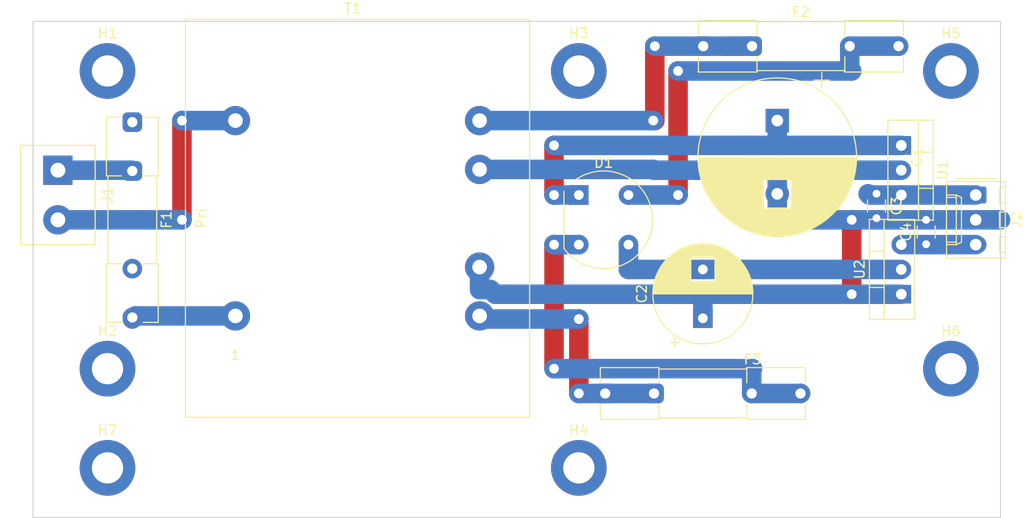
<source format=kicad_pcb>
(kicad_pcb (version 20240108) (generator "pcbnew") (generator_version "8.0")
  (layers (0 "F.Cu" signal) (31 "B.Cu" signal) (34 "B.Paste" user) (35 "F.Paste" user) (36 "B.SilkS" user "B.Silkscreen") (37 "F.SilkS" user "F.Silkscreen") (38 "B.Mask" user) (39 "F.Mask" user) (44 "Edge.Cuts" user))
  (net 0 "")
  (net 1 "Net-(D1-+)")
  (net 2 "GND")
  (net 3 "Net-(D1--)")
  (net 4 "VCC")
  (net 5 "VEE")
  (net 6 "Net-(D1-Pad2)")
  (net 7 "Net-(D1-Pad4)")
  (net 8 "/PSU/L")
  (net 9 "Net-(T1-AA)")
  (net 10 "/PSU/N")
  (net 11 "Net-(T1-SA)")
  (net 12 "Net-(T1-SD)")
  (footprint "MountingHole:MountingHole_3.2mm_M3_ISO7380_Pad" (layer "F.Cu") (at 43.18 96.52)
    (property "Reference" "H7" (at 0 -3.85 0) (layer "F.SilkS"))
    (property "Value" "MountingHole")
    (pad "1" thru_hole circle (at 0 0) (size 5.7 5.7) (drill 3.2) (layers "*.Cu" "*.Mask" "In1.Cu" "In2.Cu" "In3.Cu" "In4.Cu" "In5.Cu" "In6.Cu" "In7.Cu" "In8.Cu" "In9.Cu" "In10.Cu" "In11.Cu" "In12.Cu" "In13.Cu" "In14.Cu" "In15.Cu" "In16.Cu" "In17.Cu" "In18.Cu" "In19.Cu" "In20.Cu" "In21.Cu" "In22.Cu" "In23.Cu" "In24.Cu" "In25.Cu" "In26.Cu" "In27.Cu" "In28.Cu" "In29.Cu" "In30.Cu"))
  )
  (footprint "Package_TO_SOT_THT:TO-220-3_Vertical" (layer "F.Cu") (at 124.46 78.74 90)
    (property "Reference" "U2" (at 2.54 -4.27 90) (layer "F.SilkS"))
    (property "Value" "L7909")
    (pad "1" thru_hole rect (at 0 0 90) (size 1.905 2) (drill 1.1) (layers "*.Cu" "*.Mask" "In1.Cu" "In2.Cu" "In3.Cu" "In4.Cu" "In5.Cu" "In6.Cu" "In7.Cu" "In8.Cu" "In9.Cu" "In10.Cu" "In11.Cu" "In12.Cu" "In13.Cu" "In14.Cu" "In15.Cu" "In16.Cu" "In17.Cu" "In18.Cu" "In19.Cu" "In20.Cu" "In21.Cu" "In22.Cu" "In23.Cu" "In24.Cu" "In25.Cu" "In26.Cu" "In27.Cu" "In28.Cu" "In29.Cu" "In30.Cu") (net 2 "GND"))
    (pad "2" thru_hole oval (at 2.54 0 90) (size 1.905 2) (drill 1.1) (layers "*.Cu" "*.Mask" "In1.Cu" "In2.Cu" "In3.Cu" "In4.Cu" "In5.Cu" "In6.Cu" "In7.Cu" "In8.Cu" "In9.Cu" "In10.Cu" "In11.Cu" "In12.Cu" "In13.Cu" "In14.Cu" "In15.Cu" "In16.Cu" "In17.Cu" "In18.Cu" "In19.Cu" "In20.Cu" "In21.Cu" "In22.Cu" "In23.Cu" "In24.Cu" "In25.Cu" "In26.Cu" "In27.Cu" "In28.Cu" "In29.Cu" "In30.Cu") (net 3 "Net-(D1--)"))
    (pad "3" thru_hole oval (at 5.08 0 90) (size 1.905 2) (drill 1.1) (layers "*.Cu" "*.Mask" "In1.Cu" "In2.Cu" "In3.Cu" "In4.Cu" "In5.Cu" "In6.Cu" "In7.Cu" "In8.Cu" "In9.Cu" "In10.Cu" "In11.Cu" "In12.Cu" "In13.Cu" "In14.Cu" "In15.Cu" "In16.Cu" "In17.Cu" "In18.Cu" "In19.Cu" "In20.Cu" "In21.Cu" "In22.Cu" "In23.Cu" "In24.Cu" "In25.Cu" "In26.Cu" "In27.Cu" "In28.Cu" "In29.Cu" "In30.Cu") (net 5 "VEE"))
  )
  (footprint "Fuse:Fuseholder_Clip-5x20mm_Littelfuse_111_Inline_P20.00x5.00mm_D1.05mm_Horizontal" (layer "F.Cu") (at 45.72 61.12 -90)
    (property "Reference" "F1" (at 10 -3.5 90) (layer "F.SilkS"))
    (property "Value" "0.1A")
    (pad "1" thru_hole roundrect (at 0 0 270) (size 2 2) (drill 1.05) (layers "*.Cu" "*.Mask" "In1.Cu" "In2.Cu" "In3.Cu" "In4.Cu" "In5.Cu" "In6.Cu" "In7.Cu" "In8.Cu" "In9.Cu" "In10.Cu" "In11.Cu" "In12.Cu" "In13.Cu" "In14.Cu" "In15.Cu" "In16.Cu" "In17.Cu" "In18.Cu" "In19.Cu" "In20.Cu" "In21.Cu" "In22.Cu" "In23.Cu" "In24.Cu" "In25.Cu" "In26.Cu" "In27.Cu" "In28.Cu" "In29.Cu" "In30.Cu") (net 8 "/PSU/L"))
    (pad "1" thru_hole roundrect (at 5 0 270) (size 2 2) (drill 1.05) (layers "*.Cu" "*.Mask" "In1.Cu" "In2.Cu" "In3.Cu" "In4.Cu" "In5.Cu" "In6.Cu" "In7.Cu" "In8.Cu" "In9.Cu" "In10.Cu" "In11.Cu" "In12.Cu" "In13.Cu" "In14.Cu" "In15.Cu" "In16.Cu" "In17.Cu" "In18.Cu" "In19.Cu" "In20.Cu" "In21.Cu" "In22.Cu" "In23.Cu" "In24.Cu" "In25.Cu" "In26.Cu" "In27.Cu" "In28.Cu" "In29.Cu" "In30.Cu") (net 8 "/PSU/L"))
    (pad "2" thru_hole circle (at 15 0 270) (size 2 2) (drill 1.05) (layers "*.Cu" "*.Mask" "In1.Cu" "In2.Cu" "In3.Cu" "In4.Cu" "In5.Cu" "In6.Cu" "In7.Cu" "In8.Cu" "In9.Cu" "In10.Cu" "In11.Cu" "In12.Cu" "In13.Cu" "In14.Cu" "In15.Cu" "In16.Cu" "In17.Cu" "In18.Cu" "In19.Cu" "In20.Cu" "In21.Cu" "In22.Cu" "In23.Cu" "In24.Cu" "In25.Cu" "In26.Cu" "In27.Cu" "In28.Cu" "In29.Cu" "In30.Cu") (net 9 "Net-(T1-AA)"))
    (pad "2" thru_hole circle (at 20 0 270) (size 2 2) (drill 1.05) (layers "*.Cu" "*.Mask" "In1.Cu" "In2.Cu" "In3.Cu" "In4.Cu" "In5.Cu" "In6.Cu" "In7.Cu" "In8.Cu" "In9.Cu" "In10.Cu" "In11.Cu" "In12.Cu" "In13.Cu" "In14.Cu" "In15.Cu" "In16.Cu" "In17.Cu" "In18.Cu" "In19.Cu" "In20.Cu" "In21.Cu" "In22.Cu" "In23.Cu" "In24.Cu" "In25.Cu" "In26.Cu" "In27.Cu" "In28.Cu" "In29.Cu" "In30.Cu") (net 9 "Net-(T1-AA)"))
  )
  (footprint "Fuse:Fuseholder_Clip-5x20mm_Littelfuse_111_Inline_P20.00x5.00mm_D1.05mm_Horizontal" (layer "F.Cu") (at 104.18 53.34)
    (property "Reference" "F2" (at 10 -3.5 0) (layer "F.SilkS"))
    (property "Value" "F0.2A")
    (pad "1" thru_hole roundrect (at 0 0) (size 2 2) (drill 1.05) (layers "*.Cu" "*.Mask" "In1.Cu" "In2.Cu" "In3.Cu" "In4.Cu" "In5.Cu" "In6.Cu" "In7.Cu" "In8.Cu" "In9.Cu" "In10.Cu" "In11.Cu" "In12.Cu" "In13.Cu" "In14.Cu" "In15.Cu" "In16.Cu" "In17.Cu" "In18.Cu" "In19.Cu" "In20.Cu" "In21.Cu" "In22.Cu" "In23.Cu" "In24.Cu" "In25.Cu" "In26.Cu" "In27.Cu" "In28.Cu" "In29.Cu" "In30.Cu") (net 11 "Net-(T1-SA)"))
    (pad "1" thru_hole roundrect (at 5 0) (size 2 2) (drill 1.05) (layers "*.Cu" "*.Mask" "In1.Cu" "In2.Cu" "In3.Cu" "In4.Cu" "In5.Cu" "In6.Cu" "In7.Cu" "In8.Cu" "In9.Cu" "In10.Cu" "In11.Cu" "In12.Cu" "In13.Cu" "In14.Cu" "In15.Cu" "In16.Cu" "In17.Cu" "In18.Cu" "In19.Cu" "In20.Cu" "In21.Cu" "In22.Cu" "In23.Cu" "In24.Cu" "In25.Cu" "In26.Cu" "In27.Cu" "In28.Cu" "In29.Cu" "In30.Cu") (net 11 "Net-(T1-SA)"))
    (pad "2" thru_hole circle (at 15 0) (size 2 2) (drill 1.05) (layers "*.Cu" "*.Mask" "In1.Cu" "In2.Cu" "In3.Cu" "In4.Cu" "In5.Cu" "In6.Cu" "In7.Cu" "In8.Cu" "In9.Cu" "In10.Cu" "In11.Cu" "In12.Cu" "In13.Cu" "In14.Cu" "In15.Cu" "In16.Cu" "In17.Cu" "In18.Cu" "In19.Cu" "In20.Cu" "In21.Cu" "In22.Cu" "In23.Cu" "In24.Cu" "In25.Cu" "In26.Cu" "In27.Cu" "In28.Cu" "In29.Cu" "In30.Cu") (net 7 "Net-(D1-Pad4)"))
    (pad "2" thru_hole circle (at 20 0) (size 2 2) (drill 1.05) (layers "*.Cu" "*.Mask" "In1.Cu" "In2.Cu" "In3.Cu" "In4.Cu" "In5.Cu" "In6.Cu" "In7.Cu" "In8.Cu" "In9.Cu" "In10.Cu" "In11.Cu" "In12.Cu" "In13.Cu" "In14.Cu" "In15.Cu" "In16.Cu" "In17.Cu" "In18.Cu" "In19.Cu" "In20.Cu" "In21.Cu" "In22.Cu" "In23.Cu" "In24.Cu" "In25.Cu" "In26.Cu" "In27.Cu" "In28.Cu" "In29.Cu" "In30.Cu") (net 7 "Net-(D1-Pad4)"))
  )
  (footprint "MountingHole:MountingHole_3.2mm_M3_ISO7380_Pad" (layer "F.Cu") (at 129.54 55.88)
    (property "Reference" "H5" (at 0 -3.85 0) (layer "F.SilkS"))
    (property "Value" "MountingHole")
    (pad "1" thru_hole circle (at 0 0) (size 5.7 5.7) (drill 3.2) (layers "*.Cu" "*.Mask" "In1.Cu" "In2.Cu" "In3.Cu" "In4.Cu" "In5.Cu" "In6.Cu" "In7.Cu" "In8.Cu" "In9.Cu" "In10.Cu" "In11.Cu" "In12.Cu" "In13.Cu" "In14.Cu" "In15.Cu" "In16.Cu" "In17.Cu" "In18.Cu" "In19.Cu" "In20.Cu" "In21.Cu" "In22.Cu" "In23.Cu" "In24.Cu" "In25.Cu" "In26.Cu" "In27.Cu" "In28.Cu" "In29.Cu" "In30.Cu"))
  )
  (footprint "Capacitor_THT:CP_Radial_D10.0mm_P5.00mm" (layer "F.Cu") (at 104.14 81.2 90)
    (property "Reference" "C2" (at 2.5 -6.25 90) (layer "F.SilkS"))
    (property "Value" "1000u 16V")
    (pad "1" thru_hole rect (at 0 0 90) (size 2 2) (drill 1) (layers "*.Cu" "*.Mask" "In1.Cu" "In2.Cu" "In3.Cu" "In4.Cu" "In5.Cu" "In6.Cu" "In7.Cu" "In8.Cu" "In9.Cu" "In10.Cu" "In11.Cu" "In12.Cu" "In13.Cu" "In14.Cu" "In15.Cu" "In16.Cu" "In17.Cu" "In18.Cu" "In19.Cu" "In20.Cu" "In21.Cu" "In22.Cu" "In23.Cu" "In24.Cu" "In25.Cu" "In26.Cu" "In27.Cu" "In28.Cu" "In29.Cu" "In30.Cu") (net 2 "GND"))
    (pad "2" thru_hole circle (at 5 0 90) (size 2 2) (drill 1) (layers "*.Cu" "*.Mask" "In1.Cu" "In2.Cu" "In3.Cu" "In4.Cu" "In5.Cu" "In6.Cu" "In7.Cu" "In8.Cu" "In9.Cu" "In10.Cu" "In11.Cu" "In12.Cu" "In13.Cu" "In14.Cu" "In15.Cu" "In16.Cu" "In17.Cu" "In18.Cu" "In19.Cu" "In20.Cu" "In21.Cu" "In22.Cu" "In23.Cu" "In24.Cu" "In25.Cu" "In26.Cu" "In27.Cu" "In28.Cu" "In29.Cu" "In30.Cu") (net 3 "Net-(D1--)"))
  )
  (footprint "For_Rasterboard:Transformer-3VA_2xSec" (layer "F.Cu") (at 56.28 80.96)
    (property "Reference" "T1" (at 12 -31.5 0) (layer "F.SilkS"))
    (property "Value" "230V 3.2VA - 2x 12V 1.6VA")
    (fp_text user "Pri" (at -3.5 -10 90) (layer "F.SilkS"))
    (fp_text user "1" (at 0 4 0) (layer "F.SilkS"))
    (pad "1" thru_hole circle (at 0 0) (size 3 3) (drill 1.5) (layers "*.Cu" "*.Mask" "In1.Cu" "In2.Cu" "In3.Cu" "In4.Cu" "In5.Cu" "In6.Cu" "In7.Cu" "In8.Cu" "In9.Cu" "In10.Cu" "In11.Cu" "In12.Cu" "In13.Cu" "In14.Cu" "In15.Cu" "In16.Cu" "In17.Cu" "In18.Cu" "In19.Cu" "In20.Cu" "In21.Cu" "In22.Cu" "In23.Cu" "In24.Cu" "In25.Cu" "In26.Cu" "In27.Cu" "In28.Cu" "In29.Cu" "In30.Cu") (net 9 "Net-(T1-AA)"))
    (pad "2" thru_hole circle (at 0 -20) (size 3 3) (drill 1.5) (layers "*.Cu" "*.Mask" "In1.Cu" "In2.Cu" "In3.Cu" "In4.Cu" "In5.Cu" "In6.Cu" "In7.Cu" "In8.Cu" "In9.Cu" "In10.Cu" "In11.Cu" "In12.Cu" "In13.Cu" "In14.Cu" "In15.Cu" "In16.Cu" "In17.Cu" "In18.Cu" "In19.Cu" "In20.Cu" "In21.Cu" "In22.Cu" "In23.Cu" "In24.Cu" "In25.Cu" "In26.Cu" "In27.Cu" "In28.Cu" "In29.Cu" "In30.Cu") (net 10 "/PSU/N"))
    (pad "3" thru_hole circle (at 25 -20) (size 3 3) (drill 1.5) (layers "*.Cu" "*.Mask" "In1.Cu" "In2.Cu" "In3.Cu" "In4.Cu" "In5.Cu" "In6.Cu" "In7.Cu" "In8.Cu" "In9.Cu" "In10.Cu" "In11.Cu" "In12.Cu" "In13.Cu" "In14.Cu" "In15.Cu" "In16.Cu" "In17.Cu" "In18.Cu" "In19.Cu" "In20.Cu" "In21.Cu" "In22.Cu" "In23.Cu" "In24.Cu" "In25.Cu" "In26.Cu" "In27.Cu" "In28.Cu" "In29.Cu" "In30.Cu") (net 11 "Net-(T1-SA)"))
    (pad "4" thru_hole circle (at 25 -15) (size 3 3) (drill 1.5) (layers "*.Cu" "*.Mask" "In1.Cu" "In2.Cu" "In3.Cu" "In4.Cu" "In5.Cu" "In6.Cu" "In7.Cu" "In8.Cu" "In9.Cu" "In10.Cu" "In11.Cu" "In12.Cu" "In13.Cu" "In14.Cu" "In15.Cu" "In16.Cu" "In17.Cu" "In18.Cu" "In19.Cu" "In20.Cu" "In21.Cu" "In22.Cu" "In23.Cu" "In24.Cu" "In25.Cu" "In26.Cu" "In27.Cu" "In28.Cu" "In29.Cu" "In30.Cu") (net 2 "GND"))
    (pad "5" thru_hole circle (at 25 -5) (size 3 3) (drill 1.5) (layers "*.Cu" "*.Mask" "In1.Cu" "In2.Cu" "In3.Cu" "In4.Cu" "In5.Cu" "In6.Cu" "In7.Cu" "In8.Cu" "In9.Cu" "In10.Cu" "In11.Cu" "In12.Cu" "In13.Cu" "In14.Cu" "In15.Cu" "In16.Cu" "In17.Cu" "In18.Cu" "In19.Cu" "In20.Cu" "In21.Cu" "In22.Cu" "In23.Cu" "In24.Cu" "In25.Cu" "In26.Cu" "In27.Cu" "In28.Cu" "In29.Cu" "In30.Cu") (net 2 "GND"))
    (pad "6" thru_hole circle (at 25 0) (size 3 3) (drill 1.5) (layers "*.Cu" "*.Mask" "In1.Cu" "In2.Cu" "In3.Cu" "In4.Cu" "In5.Cu" "In6.Cu" "In7.Cu" "In8.Cu" "In9.Cu" "In10.Cu" "In11.Cu" "In12.Cu" "In13.Cu" "In14.Cu" "In15.Cu" "In16.Cu" "In17.Cu" "In18.Cu" "In19.Cu" "In20.Cu" "In21.Cu" "In22.Cu" "In23.Cu" "In24.Cu" "In25.Cu" "In26.Cu" "In27.Cu" "In28.Cu" "In29.Cu" "In30.Cu") (net 12 "Net-(T1-SD)"))
  )
  (footprint "For_Rasterboard:C_Disc_D3.0mm_W1.6mm_P2.50mm" (layer "F.Cu") (at 127 73.62 90)
    (property "Reference" "C4" (at 1.25 -2.05 90) (layer "F.SilkS"))
    (property "Value" "100n")
    (pad "1" thru_hole circle (at 0 0 90) (size 1.6 1.6) (drill 0.8) (layers "*.Cu" "*.Mask" "In1.Cu" "In2.Cu" "In3.Cu" "In4.Cu" "In5.Cu" "In6.Cu" "In7.Cu" "In8.Cu" "In9.Cu" "In10.Cu" "In11.Cu" "In12.Cu" "In13.Cu" "In14.Cu" "In15.Cu" "In16.Cu" "In17.Cu" "In18.Cu" "In19.Cu" "In20.Cu" "In21.Cu" "In22.Cu" "In23.Cu" "In24.Cu" "In25.Cu" "In26.Cu" "In27.Cu" "In28.Cu" "In29.Cu" "In30.Cu") (net 5 "VEE"))
    (pad "2" thru_hole circle (at 2.5 0 90) (size 1.6 1.6) (drill 0.8) (layers "*.Cu" "*.Mask" "In1.Cu" "In2.Cu" "In3.Cu" "In4.Cu" "In5.Cu" "In6.Cu" "In7.Cu" "In8.Cu" "In9.Cu" "In10.Cu" "In11.Cu" "In12.Cu" "In13.Cu" "In14.Cu" "In15.Cu" "In16.Cu" "In17.Cu" "In18.Cu" "In19.Cu" "In20.Cu" "In21.Cu" "In22.Cu" "In23.Cu" "In24.Cu" "In25.Cu" "In26.Cu" "In27.Cu" "In28.Cu" "In29.Cu" "In30.Cu") (net 2 "GND"))
  )
  (footprint "MountingHole:MountingHole_3.2mm_M3_ISO7380_Pad" (layer "F.Cu") (at 43.18 86.36)
    (property "Reference" "H2" (at 0 -3.85 0) (layer "F.SilkS"))
    (property "Value" "MountingHole")
    (pad "1" thru_hole circle (at 0 0) (size 5.7 5.7) (drill 3.2) (layers "*.Cu" "*.Mask" "In1.Cu" "In2.Cu" "In3.Cu" "In4.Cu" "In5.Cu" "In6.Cu" "In7.Cu" "In8.Cu" "In9.Cu" "In10.Cu" "In11.Cu" "In12.Cu" "In13.Cu" "In14.Cu" "In15.Cu" "In16.Cu" "In17.Cu" "In18.Cu" "In19.Cu" "In20.Cu" "In21.Cu" "In22.Cu" "In23.Cu" "In24.Cu" "In25.Cu" "In26.Cu" "In27.Cu" "In28.Cu" "In29.Cu" "In30.Cu"))
  )
  (footprint "Fuse:Fuseholder_Clip-5x20mm_Littelfuse_111_Inline_P20.00x5.00mm_D1.05mm_Horizontal" (layer "F.Cu") (at 94.14 88.9)
    (property "Reference" "F3" (at 15.08 -3.5 0) (layer "F.SilkS"))
    (property "Value" "F0.2A")
    (pad "1" thru_hole roundrect (at 0 0) (size 2 2) (drill 1.05) (layers "*.Cu" "*.Mask" "In1.Cu" "In2.Cu" "In3.Cu" "In4.Cu" "In5.Cu" "In6.Cu" "In7.Cu" "In8.Cu" "In9.Cu" "In10.Cu" "In11.Cu" "In12.Cu" "In13.Cu" "In14.Cu" "In15.Cu" "In16.Cu" "In17.Cu" "In18.Cu" "In19.Cu" "In20.Cu" "In21.Cu" "In22.Cu" "In23.Cu" "In24.Cu" "In25.Cu" "In26.Cu" "In27.Cu" "In28.Cu" "In29.Cu" "In30.Cu") (net 12 "Net-(T1-SD)"))
    (pad "1" thru_hole roundrect (at 5 0) (size 2 2) (drill 1.05) (layers "*.Cu" "*.Mask" "In1.Cu" "In2.Cu" "In3.Cu" "In4.Cu" "In5.Cu" "In6.Cu" "In7.Cu" "In8.Cu" "In9.Cu" "In10.Cu" "In11.Cu" "In12.Cu" "In13.Cu" "In14.Cu" "In15.Cu" "In16.Cu" "In17.Cu" "In18.Cu" "In19.Cu" "In20.Cu" "In21.Cu" "In22.Cu" "In23.Cu" "In24.Cu" "In25.Cu" "In26.Cu" "In27.Cu" "In28.Cu" "In29.Cu" "In30.Cu") (net 12 "Net-(T1-SD)"))
    (pad "2" thru_hole circle (at 15 0) (size 2 2) (drill 1.05) (layers "*.Cu" "*.Mask" "In1.Cu" "In2.Cu" "In3.Cu" "In4.Cu" "In5.Cu" "In6.Cu" "In7.Cu" "In8.Cu" "In9.Cu" "In10.Cu" "In11.Cu" "In12.Cu" "In13.Cu" "In14.Cu" "In15.Cu" "In16.Cu" "In17.Cu" "In18.Cu" "In19.Cu" "In20.Cu" "In21.Cu" "In22.Cu" "In23.Cu" "In24.Cu" "In25.Cu" "In26.Cu" "In27.Cu" "In28.Cu" "In29.Cu" "In30.Cu") (net 6 "Net-(D1-Pad2)"))
    (pad "2" thru_hole circle (at 20 0) (size 2 2) (drill 1.05) (layers "*.Cu" "*.Mask" "In1.Cu" "In2.Cu" "In3.Cu" "In4.Cu" "In5.Cu" "In6.Cu" "In7.Cu" "In8.Cu" "In9.Cu" "In10.Cu" "In11.Cu" "In12.Cu" "In13.Cu" "In14.Cu" "In15.Cu" "In16.Cu" "In17.Cu" "In18.Cu" "In19.Cu" "In20.Cu" "In21.Cu" "In22.Cu" "In23.Cu" "In24.Cu" "In25.Cu" "In26.Cu" "In27.Cu" "In28.Cu" "In29.Cu" "In30.Cu") (net 6 "Net-(D1-Pad2)"))
  )
  (footprint "For_Rasterboard:C_Disc_D3.0mm_W1.6mm_P2.50mm" (layer "F.Cu") (at 121.92 68.45 -90)
    (property "Reference" "C3" (at 1.25 -2.05 90) (layer "F.SilkS"))
    (property "Value" "100n")
    (pad "1" thru_hole circle (at 0 0 270) (size 1.6 1.6) (drill 0.8) (layers "*.Cu" "*.Mask" "In1.Cu" "In2.Cu" "In3.Cu" "In4.Cu" "In5.Cu" "In6.Cu" "In7.Cu" "In8.Cu" "In9.Cu" "In10.Cu" "In11.Cu" "In12.Cu" "In13.Cu" "In14.Cu" "In15.Cu" "In16.Cu" "In17.Cu" "In18.Cu" "In19.Cu" "In20.Cu" "In21.Cu" "In22.Cu" "In23.Cu" "In24.Cu" "In25.Cu" "In26.Cu" "In27.Cu" "In28.Cu" "In29.Cu" "In30.Cu") (net 4 "VCC"))
    (pad "2" thru_hole circle (at 2.5 0 270) (size 1.6 1.6) (drill 0.8) (layers "*.Cu" "*.Mask" "In1.Cu" "In2.Cu" "In3.Cu" "In4.Cu" "In5.Cu" "In6.Cu" "In7.Cu" "In8.Cu" "In9.Cu" "In10.Cu" "In11.Cu" "In12.Cu" "In13.Cu" "In14.Cu" "In15.Cu" "In16.Cu" "In17.Cu" "In18.Cu" "In19.Cu" "In20.Cu" "In21.Cu" "In22.Cu" "In23.Cu" "In24.Cu" "In25.Cu" "In26.Cu" "In27.Cu" "In28.Cu" "In29.Cu" "In30.Cu") (net 2 "GND"))
  )
  (footprint "MountingHole:MountingHole_3.2mm_M3_ISO7380_Pad" (layer "F.Cu") (at 43.18 55.88)
    (property "Reference" "H1" (at 0 -3.85 0) (layer "F.SilkS"))
    (property "Value" "MountingHole")
    (pad "1" thru_hole circle (at 0 0) (size 5.7 5.7) (drill 3.2) (layers "*.Cu" "*.Mask" "In1.Cu" "In2.Cu" "In3.Cu" "In4.Cu" "In5.Cu" "In6.Cu" "In7.Cu" "In8.Cu" "In9.Cu" "In10.Cu" "In11.Cu" "In12.Cu" "In13.Cu" "In14.Cu" "In15.Cu" "In16.Cu" "In17.Cu" "In18.Cu" "In19.Cu" "In20.Cu" "In21.Cu" "In22.Cu" "In23.Cu" "In24.Cu" "In25.Cu" "In26.Cu" "In27.Cu" "In28.Cu" "In29.Cu" "In30.Cu"))
  )
  (footprint "MountingHole:MountingHole_3.2mm_M3_ISO7380_Pad" (layer "F.Cu") (at 91.44 55.88)
    (property "Reference" "H3" (at 0 -3.85 0) (layer "F.SilkS"))
    (property "Value" "MountingHole")
    (pad "1" thru_hole circle (at 0 0) (size 5.7 5.7) (drill 3.2) (layers "*.Cu" "*.Mask" "In1.Cu" "In2.Cu" "In3.Cu" "In4.Cu" "In5.Cu" "In6.Cu" "In7.Cu" "In8.Cu" "In9.Cu" "In10.Cu" "In11.Cu" "In12.Cu" "In13.Cu" "In14.Cu" "In15.Cu" "In16.Cu" "In17.Cu" "In18.Cu" "In19.Cu" "In20.Cu" "In21.Cu" "In22.Cu" "In23.Cu" "In24.Cu" "In25.Cu" "In26.Cu" "In27.Cu" "In28.Cu" "In29.Cu" "In30.Cu"))
  )
  (footprint "MountingHole:MountingHole_3.2mm_M3_ISO7380_Pad" (layer "F.Cu") (at 91.44 96.52)
    (property "Reference" "H4" (at 0 -3.85 0) (layer "F.SilkS"))
    (property "Value" "MountingHole")
    (pad "1" thru_hole circle (at 0 0) (size 5.7 5.7) (drill 3.2) (layers "*.Cu" "*.Mask" "In1.Cu" "In2.Cu" "In3.Cu" "In4.Cu" "In5.Cu" "In6.Cu" "In7.Cu" "In8.Cu" "In9.Cu" "In10.Cu" "In11.Cu" "In12.Cu" "In13.Cu" "In14.Cu" "In15.Cu" "In16.Cu" "In17.Cu" "In18.Cu" "In19.Cu" "In20.Cu" "In21.Cu" "In22.Cu" "In23.Cu" "In24.Cu" "In25.Cu" "In26.Cu" "In27.Cu" "In28.Cu" "In29.Cu" "In30.Cu"))
  )
  (footprint "TerminalBlock:TerminalBlock_bornier-2_P5.08mm" (layer "F.Cu") (at 38.1 66.04 -90)
    (property "Reference" "J1" (at 2.54 -5.08 90) (layer "F.SilkS"))
    (property "Value" "Screw_Terminal_01x02")
    (pad "1" thru_hole rect (at 0 0 270) (size 3 3) (drill 1.52) (layers "*.Cu" "*.Mask" "In1.Cu" "In2.Cu" "In3.Cu" "In4.Cu" "In5.Cu" "In6.Cu" "In7.Cu" "In8.Cu" "In9.Cu" "In10.Cu" "In11.Cu" "In12.Cu" "In13.Cu" "In14.Cu" "In15.Cu" "In16.Cu" "In17.Cu" "In18.Cu" "In19.Cu" "In20.Cu" "In21.Cu" "In22.Cu" "In23.Cu" "In24.Cu" "In25.Cu" "In26.Cu" "In27.Cu" "In28.Cu" "In29.Cu" "In30.Cu") (net 8 "/PSU/L"))
    (pad "2" thru_hole circle (at 5.08 0 270) (size 3 3) (drill 1.52) (layers "*.Cu" "*.Mask" "In1.Cu" "In2.Cu" "In3.Cu" "In4.Cu" "In5.Cu" "In6.Cu" "In7.Cu" "In8.Cu" "In9.Cu" "In10.Cu" "In11.Cu" "In12.Cu" "In13.Cu" "In14.Cu" "In15.Cu" "In16.Cu" "In17.Cu" "In18.Cu" "In19.Cu" "In20.Cu" "In21.Cu" "In22.Cu" "In23.Cu" "In24.Cu" "In25.Cu" "In26.Cu" "In27.Cu" "In28.Cu" "In29.Cu" "In30.Cu") (net 10 "/PSU/N"))
  )
  (footprint "Capacitor_THT:CP_Radial_D16.0mm_P7.50mm" (layer "F.Cu") (at 111.76 60.96 -90)
    (property "Reference" "C1" (at 3.75 -14.33 90) (layer "F.SilkS"))
    (property "Value" "10000u 16V")
    (pad "1" thru_hole rect (at 0 0 270) (size 2.4 2.4) (drill 1.2) (layers "*.Cu" "*.Mask" "In1.Cu" "In2.Cu" "In3.Cu" "In4.Cu" "In5.Cu" "In6.Cu" "In7.Cu" "In8.Cu" "In9.Cu" "In10.Cu" "In11.Cu" "In12.Cu" "In13.Cu" "In14.Cu" "In15.Cu" "In16.Cu" "In17.Cu" "In18.Cu" "In19.Cu" "In20.Cu" "In21.Cu" "In22.Cu" "In23.Cu" "In24.Cu" "In25.Cu" "In26.Cu" "In27.Cu" "In28.Cu" "In29.Cu" "In30.Cu") (net 1 "Net-(D1-+)"))
    (pad "2" thru_hole circle (at 7.5 0 270) (size 2.4 2.4) (drill 1.2) (layers "*.Cu" "*.Mask" "In1.Cu" "In2.Cu" "In3.Cu" "In4.Cu" "In5.Cu" "In6.Cu" "In7.Cu" "In8.Cu" "In9.Cu" "In10.Cu" "In11.Cu" "In12.Cu" "In13.Cu" "In14.Cu" "In15.Cu" "In16.Cu" "In17.Cu" "In18.Cu" "In19.Cu" "In20.Cu" "In21.Cu" "In22.Cu" "In23.Cu" "In24.Cu" "In25.Cu" "In26.Cu" "In27.Cu" "In28.Cu" "In29.Cu" "In30.Cu") (net 2 "GND"))
  )
  (footprint "Diode_THT:Diode_Bridge_Round_D9.8mm" (layer "F.Cu") (at 91.44 68.58)
    (property "Reference" "D1" (at 2.54 -3.302 0) (layer "F.SilkS"))
    (property "Value" "W10M")
    (pad "1" thru_hole rect (at 0 0) (size 2 2) (drill 1) (layers "*.Cu" "*.Mask" "In1.Cu" "In2.Cu" "In3.Cu" "In4.Cu" "In5.Cu" "In6.Cu" "In7.Cu" "In8.Cu" "In9.Cu" "In10.Cu" "In11.Cu" "In12.Cu" "In13.Cu" "In14.Cu" "In15.Cu" "In16.Cu" "In17.Cu" "In18.Cu" "In19.Cu" "In20.Cu" "In21.Cu" "In22.Cu" "In23.Cu" "In24.Cu" "In25.Cu" "In26.Cu" "In27.Cu" "In28.Cu" "In29.Cu" "In30.Cu") (net 1 "Net-(D1-+)"))
    (pad "2" thru_hole oval (at 0 5.08) (size 2 2) (drill 1) (layers "*.Cu" "*.Mask" "In1.Cu" "In2.Cu" "In3.Cu" "In4.Cu" "In5.Cu" "In6.Cu" "In7.Cu" "In8.Cu" "In9.Cu" "In10.Cu" "In11.Cu" "In12.Cu" "In13.Cu" "In14.Cu" "In15.Cu" "In16.Cu" "In17.Cu" "In18.Cu" "In19.Cu" "In20.Cu" "In21.Cu" "In22.Cu" "In23.Cu" "In24.Cu" "In25.Cu" "In26.Cu" "In27.Cu" "In28.Cu" "In29.Cu" "In30.Cu") (net 6 "Net-(D1-Pad2)"))
    (pad "3" thru_hole oval (at 5.08 5.08) (size 2 2) (drill 1) (layers "*.Cu" "*.Mask" "In1.Cu" "In2.Cu" "In3.Cu" "In4.Cu" "In5.Cu" "In6.Cu" "In7.Cu" "In8.Cu" "In9.Cu" "In10.Cu" "In11.Cu" "In12.Cu" "In13.Cu" "In14.Cu" "In15.Cu" "In16.Cu" "In17.Cu" "In18.Cu" "In19.Cu" "In20.Cu" "In21.Cu" "In22.Cu" "In23.Cu" "In24.Cu" "In25.Cu" "In26.Cu" "In27.Cu" "In28.Cu" "In29.Cu" "In30.Cu") (net 3 "Net-(D1--)"))
    (pad "4" thru_hole oval (at 5.08 0) (size 2 2) (drill 1) (layers "*.Cu" "*.Mask" "In1.Cu" "In2.Cu" "In3.Cu" "In4.Cu" "In5.Cu" "In6.Cu" "In7.Cu" "In8.Cu" "In9.Cu" "In10.Cu" "In11.Cu" "In12.Cu" "In13.Cu" "In14.Cu" "In15.Cu" "In16.Cu" "In17.Cu" "In18.Cu" "In19.Cu" "In20.Cu" "In21.Cu" "In22.Cu" "In23.Cu" "In24.Cu" "In25.Cu" "In26.Cu" "In27.Cu" "In28.Cu" "In29.Cu" "In30.Cu") (net 7 "Net-(D1-Pad4)"))
  )
  (footprint "Package_TO_SOT_THT:TO-220-3_Vertical" (layer "F.Cu") (at 124.46 63.5 -90)
    (property "Reference" "U1" (at 2.54 -4.27 90) (layer "F.SilkS"))
    (property "Value" "L7809")
    (pad "1" thru_hole rect (at 0 0 270) (size 1.905 2) (drill 1.1) (layers "*.Cu" "*.Mask" "In1.Cu" "In2.Cu" "In3.Cu" "In4.Cu" "In5.Cu" "In6.Cu" "In7.Cu" "In8.Cu" "In9.Cu" "In10.Cu" "In11.Cu" "In12.Cu" "In13.Cu" "In14.Cu" "In15.Cu" "In16.Cu" "In17.Cu" "In18.Cu" "In19.Cu" "In20.Cu" "In21.Cu" "In22.Cu" "In23.Cu" "In24.Cu" "In25.Cu" "In26.Cu" "In27.Cu" "In28.Cu" "In29.Cu" "In30.Cu") (net 1 "Net-(D1-+)"))
    (pad "2" thru_hole oval (at 2.54 0 270) (size 1.905 2) (drill 1.1) (layers "*.Cu" "*.Mask" "In1.Cu" "In2.Cu" "In3.Cu" "In4.Cu" "In5.Cu" "In6.Cu" "In7.Cu" "In8.Cu" "In9.Cu" "In10.Cu" "In11.Cu" "In12.Cu" "In13.Cu" "In14.Cu" "In15.Cu" "In16.Cu" "In17.Cu" "In18.Cu" "In19.Cu" "In20.Cu" "In21.Cu" "In22.Cu" "In23.Cu" "In24.Cu" "In25.Cu" "In26.Cu" "In27.Cu" "In28.Cu" "In29.Cu" "In30.Cu") (net 2 "GND"))
    (pad "3" thru_hole oval (at 5.08 0 270) (size 1.905 2) (drill 1.1) (layers "*.Cu" "*.Mask" "In1.Cu" "In2.Cu" "In3.Cu" "In4.Cu" "In5.Cu" "In6.Cu" "In7.Cu" "In8.Cu" "In9.Cu" "In10.Cu" "In11.Cu" "In12.Cu" "In13.Cu" "In14.Cu" "In15.Cu" "In16.Cu" "In17.Cu" "In18.Cu" "In19.Cu" "In20.Cu" "In21.Cu" "In22.Cu" "In23.Cu" "In24.Cu" "In25.Cu" "In26.Cu" "In27.Cu" "In28.Cu" "In29.Cu" "In30.Cu") (net 4 "VCC"))
  )
  (footprint "MountingHole:MountingHole_3.2mm_M3_ISO7380_Pad" (layer "F.Cu") (at 129.54 86.36)
    (property "Reference" "H6" (at 0 -3.85 0) (layer "F.SilkS"))
    (property "Value" "MountingHole")
    (pad "1" thru_hole circle (at 0 0) (size 5.7 5.7) (drill 3.2) (layers "*.Cu" "*.Mask" "In1.Cu" "In2.Cu" "In3.Cu" "In4.Cu" "In5.Cu" "In6.Cu" "In7.Cu" "In8.Cu" "In9.Cu" "In10.Cu" "In11.Cu" "In12.Cu" "In13.Cu" "In14.Cu" "In15.Cu" "In16.Cu" "In17.Cu" "In18.Cu" "In19.Cu" "In20.Cu" "In21.Cu" "In22.Cu" "In23.Cu" "In24.Cu" "In25.Cu" "In26.Cu" "In27.Cu" "In28.Cu" "In29.Cu" "In30.Cu"))
  )
  (footprint "Connector_Molex:Molex_KK-254_AE-6410-03A_1x03_P2.54mm_Vertical" (layer "F.Cu") (at 132.08 68.58 -90)
    (property "Reference" "J2" (at 2.54 -4.12 90) (layer "F.SilkS"))
    (property "Value" "NS25-W3P male")
    (pad "1" thru_hole roundrect (at 0 0 270) (size 1.74 2.19) (drill 1.19) (layers "*.Cu" "*.Mask" "In1.Cu" "In2.Cu" "In3.Cu" "In4.Cu" "In5.Cu" "In6.Cu" "In7.Cu" "In8.Cu" "In9.Cu" "In10.Cu" "In11.Cu" "In12.Cu" "In13.Cu" "In14.Cu" "In15.Cu" "In16.Cu" "In17.Cu" "In18.Cu" "In19.Cu" "In20.Cu" "In21.Cu" "In22.Cu" "In23.Cu" "In24.Cu" "In25.Cu" "In26.Cu" "In27.Cu" "In28.Cu" "In29.Cu" "In30.Cu") (roundrect_rratio 0.143678) (net 4 "VCC"))
    (pad "2" thru_hole oval (at 2.54 0 270) (size 1.74 2.19) (drill 1.19) (layers "*.Cu" "*.Mask" "In1.Cu" "In2.Cu" "In3.Cu" "In4.Cu" "In5.Cu" "In6.Cu" "In7.Cu" "In8.Cu" "In9.Cu" "In10.Cu" "In11.Cu" "In12.Cu" "In13.Cu" "In14.Cu" "In15.Cu" "In16.Cu" "In17.Cu" "In18.Cu" "In19.Cu" "In20.Cu" "In21.Cu" "In22.Cu" "In23.Cu" "In24.Cu" "In25.Cu" "In26.Cu" "In27.Cu" "In28.Cu" "In29.Cu" "In30.Cu") (net 2 "GND"))
    (pad "3" thru_hole oval (at 5.08 0 270) (size 1.74 2.19) (drill 1.19) (layers "*.Cu" "*.Mask" "In1.Cu" "In2.Cu" "In3.Cu" "In4.Cu" "In5.Cu" "In6.Cu" "In7.Cu" "In8.Cu" "In9.Cu" "In10.Cu" "In11.Cu" "In12.Cu" "In13.Cu" "In14.Cu" "In15.Cu" "In16.Cu" "In17.Cu" "In18.Cu" "In19.Cu" "In20.Cu" "In21.Cu" "In22.Cu" "In23.Cu" "In24.Cu" "In25.Cu" "In26.Cu" "In27.Cu" "In28.Cu" "In29.Cu" "In30.Cu") (net 5 "VEE"))
  )
  (gr_rect (start 35.56 50.8) (end 134.62 101.6) (stroke (width 0.1)) (fill none) (layer "Edge.Cuts"))
  (segment (start 88.9 68.58) (end 88.9 63.5) (width 2) (layer "F.Cu") (net 1))
  (via (at 88.9 63.5) (size 2) (drill 1) (layers "F.Cu" "B.Cu") (net 1))
  (via (at 88.9 68.58) (size 2) (drill 1) (layers "F.Cu" "B.Cu") (net 1))
  (segment (start 111.76 63.5) (end 111.76 60.96) (width 2) (layer "B.Cu") (net 1))
  (segment (start 91.44 68.58) (end 88.9 68.58) (width 2) (layer "B.Cu") (net 1))
  (segment (start 88.9 63.5) (end 109.22 63.5) (width 2) (layer "B.Cu") (net 1))
  (segment (start 124.46 63.5) (end 109.22 63.5) (width 2) (layer "B.Cu") (net 1))
  (segment (start 119.38 78.74) (end 119.38 71.12) (width 2) (layer "F.Cu") (net 2))
  (via (at 119.38 78.74) (size 2) (drill 1) (layers "F.Cu" "B.Cu") (net 2))
  (via (at 119.38 71.12) (size 2) (drill 1) (layers "F.Cu" "B.Cu") (net 2))
  (segment (start 81.28 65.96) (end 99.06 65.96) (width 2) (layer "B.Cu") (net 2))
  (segment (start 111.76 71.12) (end 111.76 68.46) (width 2) (layer "B.Cu") (net 2))
  (segment (start 111.76 68.46) (end 111.76 66.04) (width 2) (layer "B.Cu") (net 2))
  (segment (start 119.38 71.12) (end 134.62 71.12) (width 2) (layer "B.Cu") (net 2))
  (segment (start 82.398377 78.26) (end 81.28 78.26) (width 2) (layer "B.Cu") (net 2))
  (segment (start 124.46 66.04) (end 109.22 66.04) (width 2) (layer "B.Cu") (net 2))
  (segment (start 124.46 78.74) (end 109.22 78.74) (width 2) (layer "B.Cu") (net 2))
  (segment (start 99.14 66.04) (end 109.22 66.04) (width 2) (layer "B.Cu") (net 2))
  (segment (start 99.06 65.96) (end 99.14 66.04) (width 2) (layer "B.Cu") (net 2))
  (segment (start 82.878377 78.74) (end 82.398377 78.26) (width 2) (layer "B.Cu") (net 2))
  (segment (start 81.28 78.26) (end 81.28 75.96) (width 2) (layer "B.Cu") (net 2))
  (segment (start 109.22 78.74) (end 82.878377 78.74) (width 2) (layer "B.Cu") (net 2))
  (segment (start 104.14 81.2) (end 104.14 78.74) (width 2) (layer "B.Cu") (net 2))
  (segment (start 81.36 66.04) (end 81.28 65.96) (width 2) (layer "B.Cu") (net 2))
  (segment (start 119.38 71.12) (end 111.76 71.12) (width 2) (layer "B.Cu") (net 2))
  (segment (start 96.52 76.2) (end 96.52 73.66) (width 2) (layer "B.Cu") (net 3))
  (segment (start 124.46 76.2) (end 96.52 76.2) (width 2) (layer "B.Cu") (net 3))
  (segment (start 124.46 68.58) (end 121.19 68.58) (width 2) (layer "B.Cu") (net 4))
  (segment (start 121.19 68.58) (end 121.06 68.45) (width 2) (layer "B.Cu") (net 4))
  (segment (start 132.08 68.58) (end 124.46 68.58) (width 2) (layer "B.Cu") (net 4))
  (segment (start 132.08 73.66) (end 124.46 73.66) (width 2) (layer "B.Cu") (net 5))
  (segment (start 88.9 73.66) (end 88.9 86.36) (width 2) (layer "F.Cu") (net 6))
  (via (at 88.9 73.66) (size 2) (drill 1) (layers "F.Cu" "B.Cu") (net 6))
  (via (at 88.9 86.36) (size 2) (drill 1) (layers "F.Cu" "B.Cu") (net 6))
  (segment (start 109.22 86.36) (end 88.9 86.36) (width 2) (layer "B.Cu") (net 6))
  (segment (start 109.14 88.9) (end 114.14 88.9) (width 2) (layer "B.Cu") (net 6))
  (segment (start 109.14 86.44) (end 109.22 86.36) (width 2) (layer "B.Cu") (net 6))
  (segment (start 91.44 73.66) (end 88.9 73.66) (width 2) (layer "B.Cu") (net 6))
  (segment (start 109.14 88.9) (end 109.14 86.44) (width 2) (layer "B.Cu") (net 6))
  (segment (start 101.6 55.88) (end 101.6 68.58) (width 2) (layer "F.Cu") (net 7))
  (via (at 101.6 55.88) (size 2) (drill 1) (layers "F.Cu" "B.Cu") (net 7))
  (via (at 101.6 68.58) (size 2) (drill 1) (layers "F.Cu" "B.Cu") (net 7))
  (segment (start 119.38 55.88) (end 101.6 55.88) (width 2) (layer "B.Cu") (net 7))
  (segment (start 119.18 55.68) (end 119.38 55.88) (width 2) (layer "B.Cu") (net 7))
  (segment (start 101.6 68.58) (end 96.52 68.58) (width 2) (layer "B.Cu") (net 7))
  (segment (start 124.18 53.34) (end 119.18 53.34) (width 2) (layer "B.Cu") (net 7))
  (segment (start 119.18 53.34) (end 119.18 55.68) (width 2) (layer "B.Cu") (net 7))
  (segment (start 38.1 66.04) (end 45.64 66.04) (width 2) (layer "B.Cu") (net 8))
  (segment (start 45.64 66.04) (end 45.72 66.12) (width 2) (layer "B.Cu") (net 8))
  (segment (start 46.04 80.96) (end 45.72 81.28) (width 2) (layer "B.Cu") (net 9))
  (segment (start 56.28 80.96) (end 46.04 80.96) (width 2) (layer "B.Cu") (net 9))
  (segment (start 50.8 60.96) (end 50.8 71.12) (width 2) (layer "F.Cu") (net 10))
  (via (at 50.8 60.96) (size 2) (drill 1) (layers "F.Cu" "B.Cu") (net 10))
  (via (at 50.8 71.12) (size 2) (drill 1) (layers "F.Cu" "B.Cu") (net 10))
  (segment (start 38.1 71.12) (end 50.8 71.12) (width 2) (layer "B.Cu") (net 10))
  (segment (start 56.28 60.96) (end 50.8 60.96) (width 2) (layer "B.Cu") (net 10))
  (segment (start 99.22 60.96) (end 99.22 53.34) (width 2) (layer "F.Cu") (net 11))
  (via (at 99.22 53.34) (size 2) (drill 1) (layers "F.Cu" "B.Cu") (net 11))
  (via (at 99.06 60.96) (size 2) (drill 1) (layers "F.Cu" "B.Cu") (net 11))
  (segment (start 104.18 53.34) (end 109.18 53.34) (width 2) (layer "B.Cu") (net 11))
  (segment (start 81.28 60.96) (end 99.06 60.96) (width 2) (layer "B.Cu") (net 11))
  (segment (start 104.18 53.34) (end 99.22 53.34) (width 2) (layer "B.Cu") (net 11))
  (segment (start 106.24 53.34) (end 109.18 53.34) (width 2) (layer "B.Cu") (net 11))
  (segment (start 91.44 88.9) (end 91.44 81.28) (width 2) (layer "F.Cu") (net 12))
  (via (at 91.44 88.9) (size 2) (drill 1) (layers "F.Cu" "B.Cu") (net 12))
  (via (at 91.44 81.28) (size 2) (drill 1) (layers "F.Cu" "B.Cu") (net 12))
  (segment (start 99.14 88.9) (end 94.14 88.9) (width 2) (layer "B.Cu") (net 12))
  (segment (start 81.6 81.28) (end 81.28 80.96) (width 2) (layer "B.Cu") (net 12))
  (segment (start 91.44 81.28) (end 81.6 81.28) (width 2) (layer "B.Cu") (net 12))
  (segment (start 91.44 88.9) (end 94.06 88.9) (width 2) (layer "B.Cu") (net 12))
)
</source>
